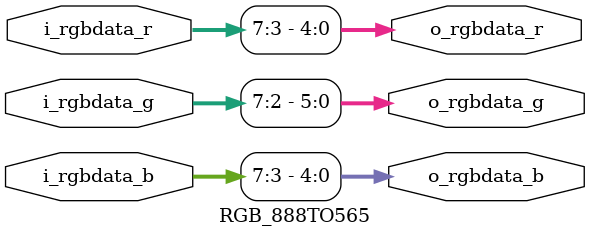
<source format=v>
module RGB_888TO565(
    input        [7:0]       i_rgbdata_r,
    input        [7:0]       i_rgbdata_g,
    input        [7:0]       i_rgbdata_b,
    output       [4:0]       o_rgbdata_r,
    output       [5:0]       o_rgbdata_g,
    output       [4:0]       o_rgbdata_b
);
    assign      o_rgbdata_r = {i_rgbdata_r[7:3]};
    assign      o_rgbdata_g = {i_rgbdata_g[7:2]};
    assign      o_rgbdata_b = {i_rgbdata_b[7:3]};

endmodule
</source>
